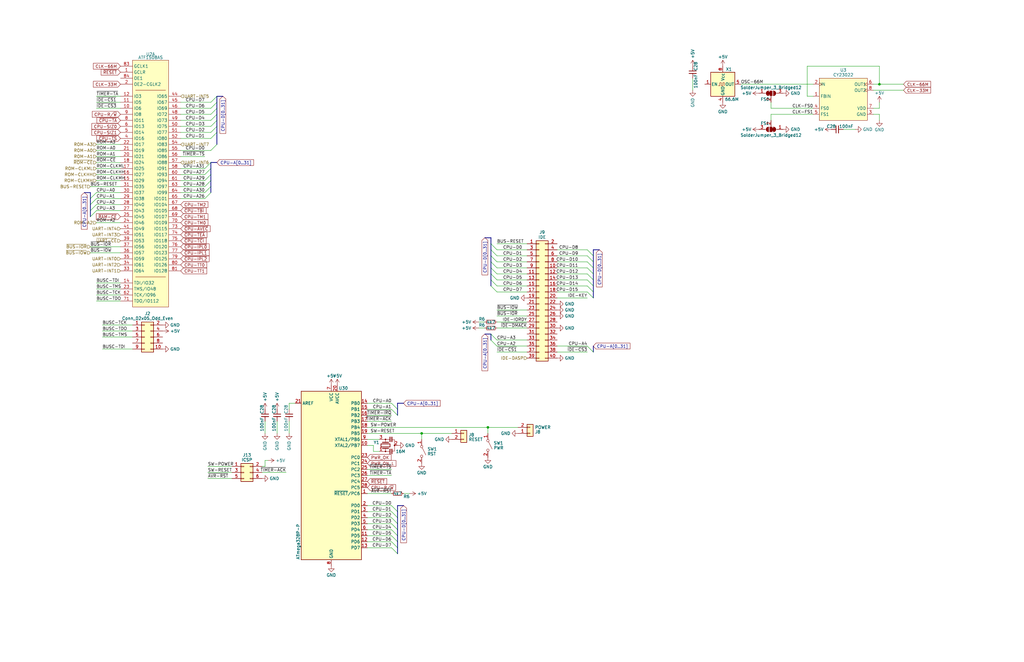
<source format=kicad_sch>
(kicad_sch (version 20230121) (generator eeschema)
  (paper "USLedger")
  (junction (at 370.84 35.56))
  (junction (at 205.74 180.34))
  (junction (at 177.8 182.88))
  (bus_entry (at 165.1 170.18) (size 2.54 2.54))
  (bus_entry (at 88.9 68.58) (size -2.54 2.54))
  (bus_entry (at 40.64 86.36) (size -2.54 2.54))
  (bus_entry (at 165.1 218.44) (size 2.54 2.54))
  (bus_entry (at 247.65 146.05) (size 2.54 2.54))
  (bus_entry (at 91.44 50.8) (size -2.54 2.54))
  (bus_entry (at 88.9 76.2) (size -2.54 2.54))
  (bus_entry (at 40.64 88.9) (size -2.54 2.54))
  (bus_entry (at 207.01 143.51) (size 2.54 2.54))
  (bus_entry (at 91.44 53.34) (size -2.54 2.54))
  (bus_entry (at 207.01 140.97) (size 2.54 2.54))
  (bus_entry (at 165.1 223.52) (size 2.54 2.54))
  (bus_entry (at 88.9 71.12) (size -2.54 2.54))
  (bus_entry (at 91.44 55.88) (size -2.54 2.54))
  (bus_entry (at 247.65 110.49) (size 2.54 2.54))
  (bus_entry (at 165.1 228.6) (size 2.54 2.54))
  (bus_entry (at 247.65 105.41) (size 2.54 2.54))
  (bus_entry (at 88.9 81.28) (size -2.54 2.54))
  (bus_entry (at 88.9 78.74) (size -2.54 2.54))
  (bus_entry (at 91.44 60.96) (size -2.54 2.54))
  (bus_entry (at 207.01 115.57) (size 2.54 2.54))
  (bus_entry (at 91.44 45.72) (size -2.54 2.54))
  (bus_entry (at 165.1 215.9) (size 2.54 2.54))
  (bus_entry (at 91.44 48.26) (size -2.54 2.54))
  (bus_entry (at 165.1 226.06) (size 2.54 2.54))
  (bus_entry (at 247.65 107.95) (size 2.54 2.54))
  (bus_entry (at 40.64 81.28) (size -2.54 2.54))
  (bus_entry (at 207.01 120.65) (size 2.54 2.54))
  (bus_entry (at 207.01 110.49) (size 2.54 2.54))
  (bus_entry (at 91.44 40.64) (size -2.54 2.54))
  (bus_entry (at 207.01 105.41) (size 2.54 2.54))
  (bus_entry (at 247.65 120.65) (size 2.54 2.54))
  (bus_entry (at 207.01 113.03) (size 2.54 2.54))
  (bus_entry (at 165.1 172.72) (size 2.54 2.54))
  (bus_entry (at 207.01 102.87) (size 2.54 2.54))
  (bus_entry (at 40.64 83.82) (size -2.54 2.54))
  (bus_entry (at 88.9 73.66) (size -2.54 2.54))
  (bus_entry (at 247.65 113.03) (size 2.54 2.54))
  (bus_entry (at 165.1 231.14) (size 2.54 2.54))
  (bus_entry (at 165.1 213.36) (size 2.54 2.54))
  (bus_entry (at 91.44 43.18) (size -2.54 2.54))
  (bus_entry (at 247.65 123.19) (size 2.54 2.54))
  (bus_entry (at 207.01 107.95) (size 2.54 2.54))
  (bus_entry (at 165.1 220.98) (size 2.54 2.54))
  (bus_entry (at 247.65 115.57) (size 2.54 2.54))
  (bus_entry (at 207.01 118.11) (size 2.54 2.54))
  (bus_entry (at 247.65 118.11) (size 2.54 2.54))
  (wire (pts (xy 205.74 182.88) (xy 205.74 180.34)))
  (bus (pts (xy 167.64 231.14) (xy 167.64 233.68)))
  (wire (pts (xy 50.8 81.28) (xy 40.64 81.28)))
  (wire (pts (xy 177.8 185.42) (xy 177.8 182.88)))
  (wire (pts (xy 97.79 199.39) (xy 87.63 199.39)))
  (wire (pts (xy 154.94 172.72) (xy 165.1 172.72)))
  (wire (pts (xy 97.79 201.93) (xy 87.63 201.93)))
  (wire (pts (xy 38.1 106.68) (xy 50.8 106.68)))
  (wire (pts (xy 368.3 45.72) (xy 370.84 45.72)))
  (bus (pts (xy 88.9 78.74) (xy 88.9 81.28)))
  (bus (pts (xy 88.9 76.2) (xy 88.9 78.74)))
  (wire (pts (xy 154.94 182.88) (xy 177.8 182.88)))
  (wire (pts (xy 234.95 120.65) (xy 247.65 120.65)))
  (wire (pts (xy 38.1 104.14) (xy 50.8 104.14)))
  (bus (pts (xy 91.44 45.72) (xy 91.44 48.26)))
  (wire (pts (xy 234.95 146.05) (xy 247.65 146.05)))
  (bus (pts (xy 38.1 86.36) (xy 38.1 88.9)))
  (bus (pts (xy 91.44 48.26) (xy 91.44 50.8)))
  (wire (pts (xy 209.55 133.35) (xy 222.25 133.35)))
  (wire (pts (xy 121.92 170.18) (xy 124.46 170.18)))
  (wire (pts (xy 165.1 220.98) (xy 154.94 220.98)))
  (wire (pts (xy 40.64 60.96) (xy 50.8 60.96)))
  (wire (pts (xy 111.76 182.88) (xy 111.76 177.8)))
  (wire (pts (xy 120.65 199.39) (xy 110.49 199.39)))
  (wire (pts (xy 209.55 102.87) (xy 222.25 102.87)))
  (wire (pts (xy 40.64 127) (xy 50.8 127)))
  (wire (pts (xy 76.2 76.2) (xy 86.36 76.2)))
  (wire (pts (xy 209.55 138.43) (xy 222.25 138.43)))
  (bus (pts (xy 167.64 228.6) (xy 167.64 231.14)))
  (wire (pts (xy 201.93 135.89) (xy 204.47 135.89)))
  (wire (pts (xy 292.1 38.1) (xy 292.1 33.02)))
  (wire (pts (xy 342.9 40.64) (xy 340.36 40.64)))
  (wire (pts (xy 50.8 93.98) (xy 40.64 93.98)))
  (wire (pts (xy 157.48 190.5) (xy 160.02 190.5)))
  (bus (pts (xy 207.01 100.33) (xy 204.47 100.33)))
  (bus (pts (xy 167.64 213.36) (xy 170.18 213.36)))
  (wire (pts (xy 368.3 48.26) (xy 370.84 48.26)))
  (wire (pts (xy 111.76 196.85) (xy 111.76 194.31)))
  (wire (pts (xy 40.64 121.92) (xy 50.8 121.92)))
  (bus (pts (xy 91.44 55.88) (xy 91.44 60.96)))
  (wire (pts (xy 88.9 53.34) (xy 76.2 53.34)))
  (wire (pts (xy 165.1 213.36) (xy 154.94 213.36)))
  (wire (pts (xy 172.72 208.28) (xy 170.18 208.28)))
  (wire (pts (xy 38.1 78.74) (xy 50.8 78.74)))
  (bus (pts (xy 170.18 170.18) (xy 167.64 170.18)))
  (wire (pts (xy 40.64 119.38) (xy 50.8 119.38)))
  (wire (pts (xy 154.94 180.34) (xy 205.74 180.34)))
  (wire (pts (xy 76.2 81.28) (xy 86.36 81.28)))
  (bus (pts (xy 207.01 118.11) (xy 207.01 120.65)))
  (wire (pts (xy 76.2 83.82) (xy 86.36 83.82)))
  (wire (pts (xy 50.8 40.64) (xy 40.64 40.64)))
  (wire (pts (xy 165.1 228.6) (xy 154.94 228.6)))
  (wire (pts (xy 234.95 115.57) (xy 247.65 115.57)))
  (wire (pts (xy 50.8 73.66) (xy 40.64 73.66)))
  (bus (pts (xy 207.01 110.49) (xy 207.01 113.03)))
  (bus (pts (xy 91.44 40.64) (xy 93.98 40.64)))
  (wire (pts (xy 111.76 194.31) (xy 113.03 194.31)))
  (wire (pts (xy 368.3 38.1) (xy 381 38.1)))
  (wire (pts (xy 209.55 107.95) (xy 222.25 107.95)))
  (wire (pts (xy 340.36 27.94) (xy 370.84 27.94)))
  (wire (pts (xy 165.1 218.44) (xy 154.94 218.44)))
  (wire (pts (xy 209.55 118.11) (xy 222.25 118.11)))
  (bus (pts (xy 207.01 140.97) (xy 207.01 143.51)))
  (wire (pts (xy 325.12 45.72) (xy 325.12 43.18)))
  (wire (pts (xy 165.1 223.52) (xy 154.94 223.52)))
  (wire (pts (xy 88.9 58.42) (xy 76.2 58.42)))
  (bus (pts (xy 250.19 118.11) (xy 250.19 120.65)))
  (bus (pts (xy 250.19 105.41) (xy 252.73 105.41)))
  (wire (pts (xy 325.12 45.72) (xy 342.9 45.72)))
  (wire (pts (xy 76.2 66.04) (xy 86.36 66.04)))
  (bus (pts (xy 250.19 115.57) (xy 250.19 118.11)))
  (wire (pts (xy 88.9 48.26) (xy 76.2 48.26)))
  (bus (pts (xy 167.64 220.98) (xy 167.64 223.52)))
  (bus (pts (xy 91.44 50.8) (xy 91.44 53.34)))
  (wire (pts (xy 209.55 105.41) (xy 222.25 105.41)))
  (wire (pts (xy 234.95 110.49) (xy 247.65 110.49)))
  (wire (pts (xy 209.55 123.19) (xy 222.25 123.19)))
  (wire (pts (xy 76.2 71.12) (xy 86.36 71.12)))
  (wire (pts (xy 50.8 45.72) (xy 40.64 45.72)))
  (wire (pts (xy 234.95 125.73) (xy 247.65 125.73)))
  (wire (pts (xy 154.94 200.66) (xy 165.1 200.66)))
  (wire (pts (xy 209.55 115.57) (xy 222.25 115.57)))
  (wire (pts (xy 121.92 182.88) (xy 121.92 177.8)))
  (wire (pts (xy 40.64 124.46) (xy 50.8 124.46)))
  (bus (pts (xy 250.19 105.41) (xy 250.19 107.95)))
  (wire (pts (xy 76.2 78.74) (xy 86.36 78.74)))
  (wire (pts (xy 50.8 68.58) (xy 40.64 68.58)))
  (wire (pts (xy 50.8 86.36) (xy 40.64 86.36)))
  (bus (pts (xy 207.01 100.33) (xy 207.01 102.87)))
  (bus (pts (xy 167.64 172.72) (xy 167.64 175.26)))
  (wire (pts (xy 222.25 146.05) (xy 209.55 146.05)))
  (bus (pts (xy 250.19 113.03) (xy 250.19 115.57)))
  (wire (pts (xy 360.68 54.61) (xy 355.6 54.61)))
  (wire (pts (xy 43.18 137.16) (xy 55.88 137.16)))
  (wire (pts (xy 165.1 226.06) (xy 154.94 226.06)))
  (wire (pts (xy 234.95 123.19) (xy 247.65 123.19)))
  (bus (pts (xy 167.64 223.52) (xy 167.64 226.06)))
  (bus (pts (xy 167.64 226.06) (xy 167.64 228.6)))
  (bus (pts (xy 167.64 215.9) (xy 167.64 218.44)))
  (bus (pts (xy 207.01 105.41) (xy 207.01 107.95)))
  (wire (pts (xy 201.93 138.43) (xy 204.47 138.43)))
  (bus (pts (xy 88.9 68.58) (xy 88.9 71.12)))
  (wire (pts (xy 165.1 215.9) (xy 154.94 215.9)))
  (wire (pts (xy 154.94 170.18) (xy 165.1 170.18)))
  (wire (pts (xy 88.9 63.5) (xy 76.2 63.5)))
  (bus (pts (xy 167.64 213.36) (xy 167.64 215.9)))
  (wire (pts (xy 76.2 73.66) (xy 86.36 73.66)))
  (wire (pts (xy 50.8 88.9) (xy 40.64 88.9)))
  (wire (pts (xy 209.55 113.03) (xy 222.25 113.03)))
  (wire (pts (xy 234.95 118.11) (xy 247.65 118.11)))
  (wire (pts (xy 370.84 35.56) (xy 368.3 35.56)))
  (wire (pts (xy 88.9 55.88) (xy 76.2 55.88)))
  (wire (pts (xy 50.8 83.82) (xy 40.64 83.82)))
  (bus (pts (xy 91.44 53.34) (xy 91.44 55.88)))
  (wire (pts (xy 370.84 35.56) (xy 381 35.56)))
  (wire (pts (xy 157.48 187.96) (xy 157.48 190.5)))
  (wire (pts (xy 234.95 113.03) (xy 247.65 113.03)))
  (wire (pts (xy 88.9 45.72) (xy 76.2 45.72)))
  (wire (pts (xy 110.49 196.85) (xy 111.76 196.85)))
  (wire (pts (xy 209.55 135.89) (xy 222.25 135.89)))
  (wire (pts (xy 43.18 139.7) (xy 55.88 139.7)))
  (bus (pts (xy 91.44 68.58) (xy 88.9 68.58)))
  (wire (pts (xy 40.64 63.5) (xy 50.8 63.5)))
  (wire (pts (xy 154.94 185.42) (xy 160.02 185.42)))
  (wire (pts (xy 209.55 148.59) (xy 222.25 148.59)))
  (wire (pts (xy 165.1 231.14) (xy 154.94 231.14)))
  (wire (pts (xy 40.64 43.18) (xy 50.8 43.18)))
  (bus (pts (xy 204.47 140.97) (xy 207.01 140.97)))
  (bus (pts (xy 250.19 110.49) (xy 250.19 113.03)))
  (wire (pts (xy 209.55 120.65) (xy 222.25 120.65)))
  (wire (pts (xy 97.79 196.85) (xy 87.63 196.85)))
  (wire (pts (xy 177.8 182.88) (xy 190.5 182.88)))
  (bus (pts (xy 38.1 88.9) (xy 38.1 91.44)))
  (bus (pts (xy 38.1 83.82) (xy 38.1 86.36)))
  (wire (pts (xy 50.8 66.04) (xy 40.64 66.04)))
  (wire (pts (xy 154.94 198.12) (xy 165.1 198.12)))
  (bus (pts (xy 250.19 120.65) (xy 250.19 123.19)))
  (wire (pts (xy 154.94 187.96) (xy 157.48 187.96)))
  (wire (pts (xy 209.55 110.49) (xy 222.25 110.49)))
  (wire (pts (xy 50.8 76.2) (xy 40.64 76.2)))
  (bus (pts (xy 88.9 73.66) (xy 88.9 76.2)))
  (bus (pts (xy 91.44 40.64) (xy 91.44 43.18)))
  (wire (pts (xy 312.42 35.56) (xy 342.9 35.56)))
  (wire (pts (xy 234.95 148.59) (xy 247.65 148.59)))
  (bus (pts (xy 167.64 218.44) (xy 167.64 220.98)))
  (bus (pts (xy 35.56 81.28) (xy 38.1 81.28)))
  (wire (pts (xy 209.55 143.51) (xy 222.25 143.51)))
  (wire (pts (xy 50.8 71.12) (xy 40.64 71.12)))
  (bus (pts (xy 250.19 107.95) (xy 250.19 110.49)))
  (wire (pts (xy 154.94 177.8) (xy 165.1 177.8)))
  (wire (pts (xy 209.55 130.81) (xy 222.25 130.81)))
  (wire (pts (xy 116.84 182.88) (xy 116.84 177.8)))
  (wire (pts (xy 218.44 180.34) (xy 205.74 180.34)))
  (wire (pts (xy 370.84 27.94) (xy 370.84 35.56)))
  (wire (pts (xy 370.84 48.26) (xy 370.84 50.8)))
  (bus (pts (xy 167.64 170.18) (xy 167.64 172.72)))
  (bus (pts (xy 88.9 71.12) (xy 88.9 73.66)))
  (wire (pts (xy 234.95 107.95) (xy 247.65 107.95)))
  (wire (pts (xy 121.92 172.72) (xy 121.92 170.18)))
  (wire (pts (xy 340.36 40.64) (xy 340.36 27.94)))
  (wire (pts (xy 88.9 43.18) (xy 76.2 43.18)))
  (wire (pts (xy 234.95 105.41) (xy 247.65 105.41)))
  (bus (pts (xy 207.01 113.03) (xy 207.01 115.57)))
  (wire (pts (xy 43.18 147.32) (xy 55.88 147.32)))
  (bus (pts (xy 250.19 123.19) (xy 250.19 125.73)))
  (bus (pts (xy 91.44 43.18) (xy 91.44 45.72)))
  (wire (pts (xy 154.94 175.26) (xy 165.1 175.26)))
  (wire (pts (xy 370.84 45.72) (xy 370.84 43.18)))
  (wire (pts (xy 325.12 48.26) (xy 325.12 50.8)))
  (bus (pts (xy 207.01 115.57) (xy 207.01 118.11)))
  (bus (pts (xy 250.19 146.05) (xy 250.19 148.59)))
  (bus (pts (xy 207.01 107.95) (xy 207.01 110.49)))
  (wire (pts (xy 165.1 208.28) (xy 154.94 208.28)))
  (wire (pts (xy 88.9 50.8) (xy 76.2 50.8)))
  (bus (pts (xy 207.01 102.87) (xy 207.01 105.41)))
  (bus (pts (xy 38.1 81.28) (xy 38.1 83.82)))
  (wire (pts (xy 43.18 142.24) (xy 55.88 142.24)))
  (wire (pts (xy 325.12 48.26) (xy 342.9 48.26)))
  (label "CLK-FS1" (at 342.9 48.26 180))
  (label "BUSC-TDO" (at 40.64 127 0))
  (label "CPU-A28" (at 86.36 78.74 180))
  (label "~{BUS-IOR}" (at 209.55 133.35 0))
  (label "~{BUS-IOW}" (at 209.55 130.81 0))
  (label "ROM-A2" (at 40.64 93.98 0))
  (label "ROM-A1" (at 40.64 66.04 0))
  (label "~{AVR-RST}" (at 87.63 201.93 0))
  (label "CPU-D5" (at 86.36 48.26 180))
  (label "~{IDE-CS3}" (at 40.64 45.72 0))
  (label "CPU-D1" (at 212.09 107.95 0))
  (label "CPU-A2" (at 40.64 86.36 0))
  (label "CPU-A1" (at 165.1 172.72 180))
  (label "CPU-A27" (at 86.36 73.66 180))
  (label "ROM-A3" (at 40.64 60.96 0))
  (label "OSC-66M" (at 312.42 35.56 0))
  (label "~{AVR-RST}" (at 165.1 208.28 180))
  (label "~{TIMER-TA}" (at 165.1 200.66 180))
  (label "BUSC-TDO" (at 43.18 139.7 0))
  (label "~{IDE-CS1}" (at 209.55 148.59 0))
  (label "BUSC-TDI" (at 43.18 147.32 0))
  (label "IDE-KEY" (at 247.65 125.73 180))
  (label "CPU-D0" (at 165.1 213.36 180))
  (label "CPU-D6" (at 86.36 45.72 180))
  (label "CPU-D12" (at 243.84 115.57 180))
  (label "~{IDE-CS3}" (at 247.65 148.59 180))
  (label "ROM-A0" (at 40.64 63.5 0))
  (label "CPU-D3" (at 212.09 113.03 0))
  (label "CPU-A3" (at 40.64 88.9 0))
  (label "CPU-D1" (at 165.1 215.9 180))
  (label "CPU-D0" (at 212.09 105.41 0))
  (label "CPU-D7" (at 212.09 123.19 0))
  (label "~{TIMER-IRQ}" (at 165.1 175.26 180))
  (label "BUSC-TCK" (at 43.18 137.16 0))
  (label "CPU-D0" (at 86.36 63.5 180))
  (label "CPU-D4" (at 165.1 223.52 180))
  (label "CPU-A0" (at 40.64 81.28 0))
  (label "~{IDE-DMACK}" (at 222.25 138.43 180))
  (label "ROM-CLKMH" (at 40.64 76.2 0))
  (label "~{TIMER-TS}" (at 86.36 66.04 180))
  (label "CPU-A1" (at 40.64 83.82 0))
  (label "BUSC-TDI" (at 40.64 119.38 0))
  (label "CPU-D15" (at 243.84 123.19 180))
  (label "CPU-D7" (at 86.36 43.18 180))
  (label "CPU-A4" (at 247.65 146.05 180))
  (label "CPU-D13" (at 243.84 118.11 180))
  (label "CPU-A2" (at 209.55 146.05 0))
  (label "~{BUS-IOR}" (at 38.1 104.14 0))
  (label "~{ROM-CE}" (at 40.64 68.58 0))
  (label "CPU-D3" (at 86.36 53.34 180))
  (label "~{IDE-CS1}" (at 40.64 43.18 0))
  (label "~{TIMER-ACK}" (at 120.65 199.39 180))
  (label "CPU-D5" (at 212.09 118.11 0))
  (label "~{TIMER-TS}" (at 165.1 198.12 180))
  (label "SW-POWER" (at 87.63 196.85 0))
  (label "CLK-FS0" (at 342.9 45.72 180))
  (label "BUSC-TMS" (at 40.64 121.92 0))
  (label "~{TIMER-TA}" (at 40.64 40.64 0))
  (label "CPU-D3" (at 165.1 220.98 180))
  (label "CPU-D2" (at 212.09 110.49 0))
  (label "CPU-A26" (at 86.36 83.82 180))
  (label "BUSC-TCK" (at 40.64 124.46 0))
  (label "CPU-D7" (at 165.1 231.14 180))
  (label "ROM-CLKML" (at 40.64 71.12 0))
  (label "BUSC-TMS" (at 43.18 142.24 0))
  (label "~{BUS-IOW}" (at 38.1 106.68 0))
  (label "CPU-D9" (at 243.84 107.95 180))
  (label "CPU-A29" (at 86.36 76.2 180))
  (label "BUS-RESET" (at 209.55 102.87 0))
  (label "CPU-A31" (at 86.36 71.12 180))
  (label "CPU-A30" (at 86.36 81.28 180))
  (label "CPU-D11" (at 243.84 113.03 180))
  (label "~{TIMER-ACK}" (at 165.1 177.8 180))
  (label "BUS-RESET" (at 38.1 78.74 0))
  (label "CPU-D6" (at 212.09 120.65 0))
  (label "SW-RESET" (at 156.21 182.88 0))
  (label "CPU-D14" (at 243.84 120.65 180))
  (label "CPU-A3" (at 209.55 143.51 0))
  (label "CPU-D4" (at 86.36 50.8 180))
  (label "CPU-D4" (at 212.09 115.57 0))
  (label "ROM-CLKHH" (at 40.64 73.66 0))
  (label "SW-RESET" (at 87.63 199.39 0))
  (label "CPU-D5" (at 165.1 226.06 180))
  (label "CPU-D10" (at 243.84 110.49 180))
  (label "CPU-D6" (at 165.1 228.6 180))
  (label "CPU-D8" (at 243.84 105.41 180))
  (label "IDE-IORDY" (at 222.25 135.89 180))
  (label "CPU-D2" (at 165.1 218.44 180))
  (label "CPU-A0" (at 165.1 170.18 180))
  (label "CPU-D1" (at 86.36 58.42 180))
  (label "CPU-D2" (at 86.36 55.88 180))
  (label "SW-POWER" (at 156.21 180.34 0))
  (global_label "~{CPU-TBI}" (shape input) (at 76.2 88.9 0) (property "Intersheetrefs" "${INTERSHEET_REFS}" (effects hide)))
  (global_label "CPU-TM1" (shape input) (at 76.2 91.44 0) (property "Intersheetrefs" "${INTERSHEET_REFS}" (effects hide)))
  (global_label "~{RESET}" (shape input) (at 50.8 30.48 180) (property "Intersheetrefs" "${INTERSHEET_REFS}" (effects hide)))
  (global_label "~{RAM-CE}" (shape input) (at 50.8 91.44 180) (property "Intersheetrefs" "${INTERSHEET_REFS}" (effects hide)))
  (global_label "CPU-D[0..31]" (shape input) (at 204.47 100.33 270) (property "Intersheetrefs" "${INTERSHEET_REFS}" (effects hide)))
  (global_label "CPU-TM2" (shape input) (at 76.2 86.36 0) (property "Intersheetrefs" "${INTERSHEET_REFS}" (effects hide)))
  (global_label "~{CPU-IPL0}" (shape input) (at 76.2 104.14 0) (property "Intersheetrefs" "${INTERSHEET_REFS}" (effects hide)))
  (global_label "CPU-R{slash}~{W}" (shape input) (at 154.94 205.74 0) (property "Intersheetrefs" "${INTERSHEET_REFS}" (effects hide)))
  (global_label "CPU-TT0" (shape input) (at 76.2 111.76 0) (property "Intersheetrefs" "${INTERSHEET_REFS}" (effects hide)))
  (global_label "CLK-66M" (shape input) (at 381 35.56 0) (property "Intersheetrefs" "${INTERSHEET_REFS}" (effects hide)))
  (global_label "~{CPU-IPL1}" (shape input) (at 76.2 106.68 0) (property "Intersheetrefs" "${INTERSHEET_REFS}" (effects hide)))
  (global_label "CPU-D[0..31]" (shape input) (at 170.18 213.36 270) (property "Intersheetrefs" "${INTERSHEET_REFS}" (effects hide)))
  (global_label "CPU-A[0..31]" (shape input) (at 35.56 81.28 270) (property "Intersheetrefs" "${INTERSHEET_REFS}" (effects hide)))
  (global_label "~{CPU-AVEC}" (shape input) (at 76.2 96.52 0) (property "Intersheetrefs" "${INTERSHEET_REFS}" (effects hide)))
  (global_label "~{CPU-TEA}" (shape input) (at 76.2 99.06 0) (property "Intersheetrefs" "${INTERSHEET_REFS}" (effects hide)))
  (global_label "~{CPU-TCI}" (shape input) (at 76.2 101.6 0) (property "Intersheetrefs" "${INTERSHEET_REFS}" (effects hide)))
  (global_label "CLK-33M" (shape input) (at 50.8 35.56 180) (property "Intersheetrefs" "${INTERSHEET_REFS}" (effects hide)))
  (global_label "PWR_ON_L" (shape input) (at 154.94 195.58 0) (property "Intersheetrefs" "${INTERSHEET_REFS}" (effects hide)))
  (global_label "CPU-D[0..31]" (shape input) (at 93.98 40.64 270) (property "Intersheetrefs" "${INTERSHEET_REFS}" (effects hide)))
  (global_label "CPU-R{slash}~{W}" (shape input) (at 50.8 48.26 180) (property "Intersheetrefs" "${INTERSHEET_REFS}" (effects hide)))
  (global_label "CPU-A[0..31]" (shape input) (at 91.44 68.58 0) (property "Intersheetrefs" "${INTERSHEET_REFS}" (effects hide)))
  (global_label "CPU-D[0..31]" (shape input) (at 252.73 105.41 270) (property "Intersheetrefs" "${INTERSHEET_REFS}" (effects hide)))
  (global_label "CLK-33M" (shape input) (at 381 38.1 0) (property "Intersheetrefs" "${INTERSHEET_REFS}" (effects hide)))
  (global_label "CPU-TM0" (shape input) (at 76.2 93.98 0) (property "Intersheetrefs" "${INTERSHEET_REFS}" (effects hide)))
  (global_label "~{CPU-TA}" (shape input) (at 50.8 50.8 180) (property "Intersheetrefs" "${INTERSHEET_REFS}" (effects hide)))
  (global_label "~{RESET}" (shape input) (at 154.94 203.2 0) (property "Intersheetrefs" "${INTERSHEET_REFS}" (effects hide)))
  (global_label "CPU-A[0..31]" (shape input) (at 250.19 146.05 0) (property "Intersheetrefs" "${INTERSHEET_REFS}" (effects hide)))
  (global_label "CPU-TT1" (shape input) (at 76.2 114.3 0) (property "Intersheetrefs" "${INTERSHEET_REFS}" (effects hide)))
  (global_label "~{CPU-IPL2}" (shape input) (at 76.2 109.22 0) (property "Intersheetrefs" "${INTERSHEET_REFS}" (effects hide)))
  (global_label "CPU-SIZ1" (shape input) (at 50.8 55.88 180) (property "Intersheetrefs" "${INTERSHEET_REFS}" (effects hide)))
  (global_label "CPU-A[0..31]" (shape input) (at 204.47 140.97 270) (property "Intersheetrefs" "${INTERSHEET_REFS}" (effects hide)))
  (global_label "CPU-SIZ0" (shape input) (at 50.8 53.34 180) (property "Intersheetrefs" "${INTERSHEET_REFS}" (effects hide)))
  (global_label "CLK-66M" (shape input) (at 50.8 27.94 180) (property "Intersheetrefs" "${INTERSHEET_REFS}" (effects hide)))
  (global_label "~{CPU-TS}" (shape input) (at 50.8 58.42 180) (property "Intersheetrefs" "${INTERSHEET_REFS}" (effects hide)))
  (global_label "CPU-A[0..31]" (shape input) (at 170.18 170.18 0) (property "Intersheetrefs" "${INTERSHEET_REFS}" (effects hide)))
  (global_label "PWR_OK" (shape input) (at 154.94 193.04 0) (property "Intersheetrefs" "${INTERSHEET_REFS}" (effects hide)))
  (hierarchical_label "UART-INT5" (shape input) (at 76.2 40.64 0))
  (hierarchical_label "UART-INT4" (shape input) (at 50.8 96.52 180))
  (hierarchical_label "~{ROM-CE}" (shape input) (at 40.64 68.58 180))
  (hierarchical_label "UART-INT1" (shape input) (at 50.8 114.3 180))
  (hierarchical_label "BUS-RESET" (shape input) (at 38.1 78.74 180))
  (hierarchical_label "~{UART-CE}" (shape input) (at 50.8 101.6 180))
  (hierarchical_label "ROM-A2" (shape input) (at 40.64 93.98 180))
  (hierarchical_label "~{BUS-IOW}" (shape input) (at 38.1 106.68 180))
  (hierarchical_label "UART-INT3" (shape input) (at 50.8 99.06 180))
  (hierarchical_label "UART-INT7" (shape input) (at 76.2 60.96 0))
  (hierarchical_label "ROM-CLKML" (shape input) (at 40.64 71.12 180))
  (hierarchical_label "~{BUS-IOR}" (shape input) (at 38.1 104.14 180))
  (hierarchical_label "ROM-CLKHH" (shape input) (at 40.64 73.66 180))
  (hierarchical_label "ROM-A1" (shape input) (at 40.64 66.04 180))
  (hierarchical_label "ROM-A0" (shape input) (at 40.64 63.5 180))
  (hierarchical_label "ROM-CLKMH" (shape input) (at 40.64 76.2 180))
  (hierarchical_label "UART-INT2" (shape input) (at 50.8 111.76 180))
  (hierarchical_label "IDE-DASP" (shape input) (at 222.25 151.13 180))
  (hierarchical_label "UART-INT6" (shape input) (at 76.2 68.58 0))
  (hierarchical_label "ROM-A3" (shape input) (at 40.64 60.96 180))
  (hierarchical_label "UART-INT0" (shape input) (at 50.8 109.22 180))
  (symbol (lib_id "power:GND") (at 222.25 125.73 270) (unit 1)
    (property "Reference" "#PWR026" (effects hide))
    (property "Value" "GND" (at 219.0751 125.73 90) (effects (justify right)))
    (instances (project "MultiBASIC040" (path "" (reference "#PWR026") (unit 1)) (path "" (reference "#PWR0392") (unit 1))))
  )
  (symbol (lib_id "power:GND") (at 205.74 193.04 0) (unit 1)
    (property "Reference" "#PWR0267" (effects hide))
    (property "Value" "GND" (at 205.74 196.985 0))
    (instances (project "Wrap030-ATX" (path "" (reference "#PWR0267") (unit 1)) (path "" (reference "#PWR0270") (unit 1))) (project "MultiBASIC040" (path "" (reference "#PWR0318") (unit 1)) (path "" (reference "#PWR0318") (unit 1))))
  )
  (symbol (lib_id "power:GND") (at 111.76 182.88 0) (mirror y) (unit 1)
    (property "Reference" "#PWR0131" (effects hide))
    (property "Value" "GND" (at 111.76 186.055 90) (effects (justify right)))
    (instances (project "MultiBASIC040" (path "" (reference "#PWR0131") (unit 1)) (path "" (reference "#PWR0220") (unit 1)) (path "" (reference "#PWR0367") (unit 1)) (path "" (reference "#PWR0420") (unit 1)) (path "" (reference "#PWR025") (unit 1))))
  )
  (symbol (lib_id "power:GND") (at 121.92 182.88 0) (mirror y) (unit 1)
    (property "Reference" "#PWR0131" (effects hide))
    (property "Value" "GND" (at 121.92 186.055 90) (effects (justify right)))
    (instances (project "MultiBASIC040" (path "" (reference "#PWR0131") (unit 1)) (path "" (reference "#PWR0220") (unit 1)) (path "" (reference "#PWR0367") (unit 1)) (path "" (reference "#PWR0420") (unit 1)) (path "" (reference "#PWR0371") (unit 1))))
  )
  (symbol (lib_id "MultiBASIC040:CY23022") (at 355.6 33.02 0) (unit 1)
    (property "Reference" "U3" (at 355.6 29.567 0))
    (property "Value" "CY23022" (at 355.6 31.615 0))
    (property "Footprint" "Package_SO:SOIC-8_3.9x4.9mm_P1.27mm" (effects hide))
    (property "Datasheet" "https://www.mouser.com/datasheet/2/196/Infineon_CY2302_Frequency_Multiplier_and_Zero_Dela-3161204.pdf" (effects hide))
    (property "Mouser" "727-CY2302SXC-1T" (effects hide))
    (property "Mouser-Part" "727-CY2302SXC-1T" (effects hide))
  )
  (symbol (lib_id "power:+5V") (at 68.58 139.7 270) (unit 1)
    (property "Reference" "#PWR024" (effects hide))
    (property "Value" "+5V" (at 71.755 139.7 90) (effects (justify left)))
    (instances (project "MultiBASIC040" (path "" (reference "#PWR024") (unit 1)) (path "" (reference "#PWR0264") (unit 1)) (path "" (reference "#PWR0274") (unit 1))))
  )
  (symbol (lib_id "Switch:SW_SPST") (at 177.8 190.5 270) (unit 1)
    (property "Reference" "SW1" (at 180.213 189.476 90) (effects (justify left)))
    (property "Value" "RST" (at 180.213 191.524 90) (effects (justify left)))
    (property "Footprint" "Button_Switch_THT:SW_PUSH_6mm" (effects hide))
  )
  (symbol (lib_id "power:GND") (at 234.95 130.81 90) (unit 1)
    (property "Reference" "#PWR026" (effects hide))
    (property "Value" "GND" (at 238.125 130.81 90) (effects (justify right)))
    (instances (project "MultiBASIC040" (path "" (reference "#PWR026") (unit 1)) (path "" (reference "#PWR0394") (unit 1))))
  )
  (symbol (lib_id "power:GND") (at 68.58 147.32 90) (unit 1)
    (property "Reference" "#PWR045" (effects hide))
    (property "Value" "GND" (at 71.755 147.32 90) (effects (justify right)))
    (instances (project "Wrap030-ATX" (path "" (reference "#PWR045") (unit 1)) (path "" (reference "#PWR0119") (unit 1)) (path "" (reference "#PWR0164") (unit 1))) (project "MultiBASIC040" (path "" (reference "#PWR0270") (unit 1)) (path "" (reference "#PWR0275") (unit 1))))
  )
  (symbol (lib_id "Connector_Generic:Conn_02x20_Odd_Even") (at 227.33 125.73 0) (unit 1)
    (property "Reference" "J9" (at 228.6 98.02 0))
    (property "Value" "IDE" (at 228.6 100.068 0))
    (property "Footprint" "Connector_IDC:IDC-Header_2x20_P2.54mm_Vertical" (effects hide))
    (property "Mouser-Part" "710-61203921621" (effects hide))
  )
  (symbol (lib_id "power:+5V") (at 320.04 39.37 90) (unit 1)
    (property "Reference" "#PWR03" (effects hide))
    (property "Value" "+5V" (at 316.8651 39.37 90) (effects (justify left)))
    (instances (project "MultiBASIC040" (path "" (reference "#PWR03") (unit 1)) (path "" (reference "#PWR05") (unit 1))))
  )
  (symbol (lib_id "power:+5V") (at 292.1 27.94 0) (unit 1)
    (property "Reference" "#PWR0130" (effects hide))
    (property "Value" "+5V" (at 292.1 24.7651 90) (effects (justify left)))
    (instances (project "MultiBASIC040" (path "" (reference "#PWR0130") (unit 1)) (path "" (reference "#PWR0212") (unit 1)) (path "" (reference "#PWR0363") (unit 1)) (path "" (reference "#PWR0416") (unit 1)) (path "" (reference "#PWR01") (unit 1))))
  )
  (symbol (lib_id "power:GND") (at 116.84 182.88 0) (mirror y) (unit 1)
    (property "Reference" "#PWR0131" (effects hide))
    (property "Value" "GND" (at 116.84 186.055 90) (effects (justify right)))
    (instances (project "MultiBASIC040" (path "" (reference "#PWR0131") (unit 1)) (path "" (reference "#PWR0220") (unit 1)) (path "" (reference "#PWR0367") (unit 1)) (path "" (reference "#PWR0420") (unit 1)) (path "" (reference "#PWR0377") (unit 1))))
  )
  (symbol (lib_id "Connector_Generic:Conn_01x02") (at 195.58 182.88 0) (unit 1)
    (property "Reference" "J8" (at 197.612 183.5063 0) (effects (justify left)))
    (property "Value" "RESET" (at 197.612 185.4273 0) (effects (justify left)))
    (property "Footprint" "Connector_PinHeader_2.54mm:PinHeader_1x02_P2.54mm_Vertical" (effects hide))
    (property "Mouser-Part" "523-G800NA306018EU" (effects hide))
    (property "Notes" "OFE" (effects hide))
    (instances (project "Wrap030-ATX" (path "" (reference "J8") (unit 1)) (path "" (reference "J7") (unit 1))) (project "MultiBASIC040" (path "" (reference "J3") (unit 1)) (path "" (reference "J10") (unit 1))))
  )
  (symbol (lib_id "power:+5V") (at 139.7 162.56 0) (unit 1)
    (property "Reference" "#PWR024" (effects hide))
    (property "Value" "+5V" (at 139.7 158.615 0))
    (instances (project "MultiBASIC040" (path "" (reference "#PWR024") (unit 1)) (path "" (reference "#PWR0264") (unit 1)) (path "" (reference "#PWR0343") (unit 1))))
  )
  (symbol (lib_id "power:+5V") (at 320.04 54.61 90) (mirror x) (unit 1)
    (property "Reference" "#PWR05" (effects hide))
    (property "Value" "+5V" (at 316.8651 54.61 90) (effects (justify left)))
    (instances (project "MultiBASIC040" (path "" (reference "#PWR05") (unit 1)) (path "" (reference "#PWR06") (unit 1))))
  )
  (symbol (lib_id "Device:R_Small") (at 207.01 138.43 90) (unit 1)
    (property "Reference" "R6" (at 203.2 137.16 90))
    (property "Value" "4k7" (at 207.01 138.43 90))
    (property "Footprint" "Resistor_SMD:R_0402_1005Metric" (effects hide))
    (instances (project "MultiBASIC040" (path "" (reference "R6") (unit 1)) (path "" (reference "R55") (unit 1))))
  )
  (symbol (lib_id "power:GND") (at 218.44 182.88 270) (unit 1)
    (property "Reference" "#PWR0267" (effects hide))
    (property "Value" "GND" (at 215.265 182.88 90) (effects (justify right)))
    (instances (project "Wrap030-ATX" (path "" (reference "#PWR0267") (unit 1)) (path "" (reference "#PWR0270") (unit 1))) (project "MultiBASIC040" (path "" (reference "#PWR0296") (unit 1)) (path "" (reference "#PWR0296") (unit 1))))
  )
  (symbol (lib_id "power:+5V") (at 172.72 208.28 270) (mirror x) (unit 1)
    (property "Reference" "#PWR024" (effects hide))
    (property "Value" "+5V" (at 175.8949 208.28 90) (effects (justify left)))
    (instances (project "MultiBASIC040" (path "" (reference "#PWR024") (unit 1)) (path "" (reference "#PWR0264") (unit 1)) (path "" (reference "#PWR0398") (unit 1))))
  )
  (symbol (lib_id "power:GND") (at 110.49 201.93 90) (mirror x) (unit 1)
    (property "Reference" "#PWR0131" (effects hide))
    (property "Value" "GND" (at 113.665 201.93 90) (effects (justify right)))
    (instances (project "MultiBASIC040" (path "" (reference "#PWR0131") (unit 1)) (path "" (reference "#PWR0220") (unit 1)) (path "" (reference "#PWR0367") (unit 1)) (path "" (reference "#PWR0420") (unit 1)) (path "" (reference "#PWR0426") (unit 1))))
  )
  (symbol (lib_id "Device:C_Small") (at 111.76 175.26 0) (mirror y) (unit 1)
    (property "Reference" "C28" (at 110.49 172.72 90))
    (property "Value" "100nF" (at 110.49 179.07 90))
    (property "Footprint" "Capacitor_SMD:C_0402_1005Metric_Pad0.74x0.62mm_HandSolder" (effects hide))
    (property "JLC-Part" "https://jlcpcb.com/partdetail/1877-CL05B104KO5NNNC/C1525" (effects hide))
    (instances (project "MultiBASIC040" (path "" (reference "C28") (unit 1)) (path "" (reference "C37") (unit 1)) (path "" (reference "C81") (unit 1)) (path "" (reference "C94") (unit 1)) (path "" (reference "C99") (unit 1))))
  )
  (symbol (lib_id "power:GND") (at 330.2 54.61 90) (mirror x) (unit 1)
    (property "Reference" "#PWR06" (effects hide))
    (property "Value" "GND" (at 333.375 54.61 90) (effects (justify right)))
    (instances (project "MultiBASIC040" (path "" (reference "#PWR06") (unit 1)) (path "" (reference "#PWR08") (unit 1))))
  )
  (symbol (lib_id "power:GND") (at 234.95 133.35 90) (unit 1)
    (property "Reference" "#PWR026" (effects hide))
    (property "Value" "GND" (at 238.125 133.35 90) (effects (justify right)))
    (instances (project "MultiBASIC040" (path "" (reference "#PWR026") (unit 1)) (path "" (reference "#PWR0395") (unit 1))))
  )
  (symbol (lib_id "power:+5V") (at 370.84 43.18 0) (unit 1)
    (property "Reference" "#PWR01" (effects hide))
    (property "Value" "+5V" (at 370.84 39.235 0))
    (instances (project "MultiBASIC040" (path "" (reference "#PWR01") (unit 1)) (path "" (reference "#PWR0399") (unit 1))))
  )
  (symbol (lib_id "Device:C_Small") (at 292.1 30.48 0) (unit 1)
    (property "Reference" "C28" (at 293.37 27.94 90))
    (property "Value" "100nF" (at 293.37 34.29 90))
    (property "Footprint" "Capacitor_SMD:C_0402_1005Metric_Pad0.74x0.62mm_HandSolder" (effects hide))
    (property "JLC-Part" "https://jlcpcb.com/partdetail/1877-CL05B104KO5NNNC/C1525" (effects hide))
    (instances (project "MultiBASIC040" (path "" (reference "C28") (unit 1)) (path "" (reference "C37") (unit 1)) (path "" (reference "C81") (unit 1)) (path "" (reference "C94") (unit 1)) (path "" (reference "C72") (unit 1))))
  )
  (symbol (lib_id "power:+5V") (at 113.03 194.31 270) (mirror x) (unit 1)
    (property "Reference" "#PWR0130" (effects hide))
    (property "Value" "+5V" (at 116.205 194.31 90) (effects (justify left)))
    (instances (project "MultiBASIC040" (path "" (reference "#PWR0130") (unit 1)) (path "" (reference "#PWR0212") (unit 1)) (path "" (reference "#PWR0363") (unit 1)) (path "" (reference "#PWR0416") (unit 1)) (path "" (reference "#PWR026") (unit 1))))
  )
  (symbol (lib_id "power:GND") (at 234.95 151.13 90) (unit 1)
    (property "Reference" "#PWR026" (effects hide))
    (property "Value" "GND" (at 238.125 151.13 90) (effects (justify right)))
    (instances (project "MultiBASIC040" (path "" (reference "#PWR026") (unit 1)) (path "" (reference "#PWR0397") (unit 1))))
  )
  (symbol (lib_id "power:+5V") (at 350.52 54.61 90) (unit 1)
    (property "Reference" "#PWR0130" (effects hide))
    (property "Value" "+5V" (at 347.3451 54.61 90) (effects (justify left)))
    (instances (project "MultiBASIC040" (path "" (reference "#PWR0130") (unit 1)) (path "" (reference "#PWR0212") (unit 1)) (path "" (reference "#PWR0363") (unit 1)) (path "" (reference "#PWR0416") (unit 1)) (path "" (reference "#PWR020") (unit 1))))
  )
  (symbol (lib_id "Device:R_Small") (at 167.64 208.28 270) (unit 1)
    (property "Reference" "R6" (at 171.45 209.55 90))
    (property "Value" "4k7" (at 167.64 208.28 90))
    (property "Footprint" "Resistor_SMD:R_0402_1005Metric" (effects hide))
    (instances (project "MultiBASIC040" (path "" (reference "R6") (unit 1)) (path "" (reference "R57") (unit 1))))
  )
  (symbol (lib_id "power:+5V") (at 142.24 162.56 0) (unit 1)
    (property "Reference" "#PWR024" (effects hide))
    (property "Value" "+5V" (at 142.24 158.615 0))
    (instances (project "MultiBASIC040" (path "" (reference "#PWR024") (unit 1)) (path "" (reference "#PWR0264") (unit 1)) (path "" (reference "#PWR0358") (unit 1))))
  )
  (symbol (lib_id "Oscillator:CXO_DIP8") (at 304.8 35.56 0) (unit 1)
    (property "Reference" "X1" (at 307.34 29.21 0))
    (property "Value" "66.6M" (at 308.61 41.91 0))
    (property "Footprint" "Oscillator:Oscillator_DIP-8" (effects hide))
    (property "Datasheet" "http://cdn-reichelt.de/documents/datenblatt/B400/OSZI.pdf" (effects hide))
  )
  (symbol (lib_id "power:+5V") (at 201.93 135.89 90) (unit 1)
    (property "Reference" "#PWR024" (effects hide))
    (property "Value" "+5V" (at 198.7551 135.89 90) (effects (justify left)))
    (instances (project "MultiBASIC040" (path "" (reference "#PWR024") (unit 1)) (path "" (reference "#PWR0264") (unit 1)) (path "" (reference "#PWR0285") (unit 1))))
  )
  (symbol (lib_id "power:GND") (at 234.95 138.43 90) (unit 1)
    (property "Reference" "#PWR026" (effects hide))
    (property "Value" "GND" (at 238.125 138.43 90) (effects (justify right)))
    (instances (project "MultiBASIC040" (path "" (reference "#PWR026") (unit 1)) (path "" (reference "#PWR0396") (unit 1))))
  )
  (symbol (lib_id "MultiBASIC040:ATF1508AS") (at 63.5 25.4 0) (unit 1)
    (property "Reference" "U2" (at 63.5 22.86 0))
    (property "Value" "ATF1508AS" (at 63.5 24.265 0))
    (property "Footprint" "Package_LCC:PLCC-84_THT-Socket" (effects hide))
  )
  (symbol (lib_id "power:GND") (at 190.5 185.42 270) (mirror x) (unit 1)
    (property "Reference" "#PWR022" (effects hide))
    (property "Value" "GND" (at 187.325 185.42 90) (effects (justify right)))
    (instances (project "MultiBASIC040" (path "" (reference "#PWR022") (unit 1)) (path "" (reference "#PWR0319") (unit 1))))
  )
  (symbol (lib_id "power:GND") (at 139.7 238.76 0) (unit 1)
    (property "Reference" "#PWR026" (effects hide))
    (property "Value" "GND" (at 139.7 242.705 0))
    (instances (project "MultiBASIC040" (path "" (reference "#PWR026") (unit 1)) (path "" (reference "#PWR0341") (unit 1))))
  )
  (symbol (lib_id "Switch:SW_SPST") (at 205.74 187.96 270) (unit 1)
    (property "Reference" "SW1" (at 208.153 186.936 90) (effects (justify left)))
    (property "Value" "PWR" (at 208.153 188.984 90) (effects (justify left)))
    (property "Footprint" "Button_Switch_THT:SW_PUSH_6mm" (effects hide))
    (instances (project "MultiBASIC040" (path "" (reference "SW1") (unit 1)) (path "" (reference "SW2") (unit 1)) (path "" (reference "SW2") (unit 1))))
  )
  (symbol (lib_id "power:GND") (at 177.8 195.58 0) (unit 1)
    (property "Reference" "#PWR022" (effects hide))
    (property "Value" "GND" (at 177.8 199.525 0))
  )
  (symbol (lib_id "power:+5V") (at 116.84 172.72 0) (mirror y) (unit 1)
    (property "Reference" "#PWR0130" (effects hide))
    (property "Value" "+5V" (at 116.84 169.5451 90) (effects (justify left)))
    (instances (project "MultiBASIC040" (path "" (reference "#PWR0130") (unit 1)) (path "" (reference "#PWR0212") (unit 1)) (path "" (reference "#PWR0363") (unit 1)) (path "" (reference "#PWR0416") (unit 1)) (path "" (reference "#PWR0375") (unit 1))))
  )
  (symbol (lib_id "Jumper:SolderJumper_3_Bridged12") (at 325.12 54.61 180) (unit 1)
    (property "Reference" "FS1" (at 322.58 52.07 0))
    (property "Value" "SolderJumper_3_Bridged12" (at 325.12 57.031 0))
    (property "Footprint" "Jumper:SolderJumper-3_P1.3mm_Bridged12_RoundedPad1.0x1.5mm" (effects hide))
    (instances (project "MultiBASIC040" (path "" (reference "FS1") (unit 1)) (path "" (reference "FS2") (unit 1))))
  )
  (symbol (lib_id "power:+5V") (at 111.76 172.72 0) (mirror y) (unit 1)
    (property "Reference" "#PWR0130" (effects hide))
    (property "Value" "+5V" (at 111.76 169.5451 90) (effects (justify left)))
    (instances (project "MultiBASIC040" (path "" (reference "#PWR0130") (unit 1)) (path "" (reference "#PWR0212") (unit 1)) (path "" (reference "#PWR0363") (unit 1)) (path "" (reference "#PWR0416") (unit 1)) (path "" (reference "#PWR023") (unit 1))))
  )
  (symbol (lib_id "Device:Resonator_Small") (at 162.56 187.96 90) (unit 1)
    (property "Reference" "Y1" (at 158.75 186.69 90))
    (property "Value" "16M" (at 168.91 190.5 90))
    (property "Footprint" "Crystal:Resonator-3Pin_W8.0mm_H3.5mm" (effects hide))
  )
  (symbol (lib_id "Device:C_Small") (at 353.06 54.61 90) (unit 1)
    (property "Reference" "C28" (at 350.52 53.34 90))
    (property "Value" "100nF" (at 356.87 53.34 90))
    (property "Footprint" "Capacitor_SMD:C_0402_1005Metric_Pad0.74x0.62mm_HandSolder" (effects hide))
    (property "JLC-Part" "https://jlcpcb.com/partdetail/1877-CL05B104KO5NNNC/C1525" (effects hide))
    (instances (project "MultiBASIC040" (path "" (reference "C28") (unit 1)) (path "" (reference "C37") (unit 1)) (path "" (reference "C81") (unit 1)) (path "" (reference "C94") (unit 1)) (path "" (reference "C73") (unit 1))))
  )
  (symbol (lib_id "power:GND") (at 360.68 54.61 90) (unit 1)
    (property "Reference" "#PWR0131" (effects hide))
    (property "Value" "GND" (at 363.855 54.61 90) (effects (justify right)))
    (instances (project "MultiBASIC040" (path "" (reference "#PWR0131") (unit 1)) (path "" (reference "#PWR0220") (unit 1)) (path "" (reference "#PWR0367") (unit 1)) (path "" (reference "#PWR0420") (unit 1)) (path "" (reference "#PWR021") (unit 1))))
  )
  (symbol (lib_id "power:GND") (at 330.2 39.37 90) (unit 1)
    (property "Reference" "#PWR04" (effects hide))
    (property "Value" "GND" (at 333.375 39.37 90) (effects (justify right)))
    (instances (project "MultiBASIC040" (path "" (reference "#PWR04") (unit 1)) (path "" (reference "#PWR07") (unit 1))))
  )
  (symbol (lib_id "Device:R_Small") (at 207.01 135.89 90) (unit 1)
    (property "Reference" "R6" (at 203.2 134.62 90))
    (property "Value" "4k7" (at 207.01 135.89 90))
    (property "Footprint" "Resistor_SMD:R_0402_1005Metric" (effects hide))
    (instances (project "MultiBASIC040" (path "" (reference "R6") (unit 1)) (path "" (reference "R54") (unit 1))))
  )
  (symbol (lib_id "Device:C_Small") (at 116.84 175.26 0) (mirror y) (unit 1)
    (property "Reference" "C28" (at 115.57 172.72 90))
    (property "Value" "100nF" (at 115.57 179.07 90))
    (property "Footprint" "Capacitor_SMD:C_0402_1005Metric_Pad0.74x0.62mm_HandSolder" (effects hide))
    (property "JLC-Part" "https://jlcpcb.com/partdetail/1877-CL05B104KO5NNNC/C1525" (effects hide))
    (instances (project "MultiBASIC040" (path "" (reference "C28") (unit 1)) (path "" (reference "C37") (unit 1)) (path "" (reference "C81") (unit 1)) (path "" (reference "C94") (unit 1)) (path "" (reference "C69") (unit 1))))
  )
  (symbol (lib_id "power:GND") (at 292.1 38.1 0) (unit 1)
    (property "Reference" "#PWR0131" (effects hide))
    (property "Value" "GND" (at 292.1 41.275 90) (effects (justify right)))
    (instances (project "MultiBASIC040" (path "" (reference "#PWR0131") (unit 1)) (path "" (reference "#PWR0220") (unit 1)) (path "" (reference "#PWR0367") (unit 1)) (path "" (reference "#PWR0420") (unit 1)) (path "" (reference "#PWR02") (unit 1))))
  )
  (symbol (lib_id "power:GND") (at 304.8 43.18 0) (unit 1)
    (property "Reference" "#PWR08" (effects hide))
    (property "Value" "GND" (at 304.8 47.125 0))
    (instances (project "MultiBASIC040" (path "" (reference "#PWR08") (unit 1)) (path "" (reference "#PWR04") (unit 1))))
  )
  (symbol (lib_id "power:GND") (at 234.95 128.27 90) (unit 1)
    (property "Reference" "#PWR026" (effects hide))
    (property "Value" "GND" (at 238.125 128.27 90) (effects (justify right)))
    (instances (project "MultiBASIC040" (path "" (reference "#PWR026") (unit 1)) (path "" (reference "#PWR0393") (unit 1))))
  )
  (symbol (lib_id "power:GND") (at 68.58 137.16 90) (unit 1)
    (property "Reference" "#PWR045" (effects hide))
    (property "Value" "GND" (at 71.755 137.16 90) (effects (justify right)))
    (instances (project "Wrap030-ATX" (path "" (reference "#PWR045") (unit 1)) (path "" (reference "#PWR0119") (unit 1)) (path "" (reference "#PWR0164") (unit 1))) (project "MultiBASIC040" (path "" (reference "#PWR0272") (unit 1)) (path "" (reference "#PWR0273") (unit 1))))
  )
  (symbol (lib_id "power:GND") (at 370.84 50.8 0) (unit 1)
    (property "Reference" "#PWR02" (effects hide))
    (property "Value" "GND" (at 370.84 54.745 0))
    (instances (project "MultiBASIC040" (path "" (reference "#PWR02") (unit 1)) (path "" (reference "#PWR0428") (unit 1))))
  )
  (symbol (lib_id "Connector_Generic:Conn_02x03_Odd_Even") (at 102.87 199.39 0) (unit 1)
    (property "Reference" "J13" (at 104.14 192 0))
    (property "Value" "ICSP" (at 104.14 194.048 0))
    (property "Footprint" "Connector_PinHeader_2.54mm:PinHeader_2x03_P2.54mm_Vertical" (effects hide))
  )
  (symbol (lib_id "power:+5V") (at 304.8 27.94 0) (unit 1)
    (property "Reference" "#PWR07" (effects hide))
    (property "Value" "+5V" (at 304.8 23.995 0))
    (instances (project "MultiBASIC040" (path "" (reference "#PWR07") (unit 1)) (path "" (reference "#PWR03") (unit 1))))
  )
  (symbol (lib_id "power:GND") (at 167.64 187.96 90) (mirror x) (unit 1)
    (property "Reference" "#PWR0131" (effects hide))
    (property "Value" "GND" (at 170.815 187.96 90) (effects (justify right)))
    (instances (project "MultiBASIC040" (path "" (reference "#PWR0131") (unit 1)) (path "" (reference "#PWR0220") (unit 1)) (path "" (reference "#PWR0367") (unit 1)) (path "" (reference "#PWR0420") (unit 1)) (path "" (reference "#PWR0373") (unit 1))))
  )
  (symbol (lib_id "Connector_Generic:Conn_01x02") (at 223.52 182.88 0) (mirror x) (unit 1)
    (property "Reference" "J8" (at 225.552 182.2537 0) (effects (justify left)))
    (property "Value" "POWER" (at 225.552 180.3327 0) (effects (justify left)))
    (property "Footprint" "Connector_PinHeader_2.54mm:PinHeader_1x02_P2.54mm_Vertical" (effects hide))
    (property "Mouser-Part" "523-G800NA306018EU" (effects hide))
    (property "Notes" "OFE" (effects hide))
    (instances (project "Wrap030-ATX" (path "" (reference "J8") (unit 1)) (path "" (reference "J7") (unit 1))) (project "MultiBASIC040" (path "" (reference "J3") (unit 1)) (path "" (reference "J3") (unit 1))))
  )
  (symbol (lib_id "power:+5V") (at 201.93 138.43 90) (unit 1)
    (property "Reference" "#PWR024" (effects hide))
    (property "Value" "+5V" (at 198.7551 138.43 90) (effects (justify left)))
    (instances (project "MultiBASIC040" (path "" (reference "#PWR024") (unit 1)) (path "" (reference "#PWR0264") (unit 1)) (path "" (reference "#PWR0286") (unit 1))))
  )
  (symbol (lib_id "Jumper:SolderJumper_3_Bridged12") (at 325.12 39.37 0) (unit 1)
    (property "Reference" "FS0" (at 322.58 41.91 0))
    (property "Value" "SolderJumper_3_Bridged12" (at 325.12 36.949 0))
    (property "Footprint" "Jumper:SolderJumper-3_P1.3mm_Bridged12_RoundedPad1.0x1.5mm" (effects hide))
    (instances (project "MultiBASIC040" (path "" (reference "FS0") (unit 1)) (path "" (reference "FS1") (unit 1))))
  )
  (symbol (lib_id "Device:C_Small") (at 121.92 175.26 0) (mirror y) (unit 1)
    (property "Reference" "C28" (at 120.65 172.72 90))
    (property "Value" "100nF" (at 120.65 179.07 90))
    (property "Footprint" "Capacitor_SMD:C_0402_1005Metric_Pad0.74x0.62mm_HandSolder" (effects hide))
    (property "JLC-Part" "https://jlcpcb.com/partdetail/1877-CL05B104KO5NNNC/C1525" (effects hide))
    (instances (project "MultiBASIC040" (path "" (reference "C28") (unit 1)) (path "" (reference "C37") (unit 1)) (path "" (reference "C81") (unit 1)) (path "" (reference "C94") (unit 1)) (path "" (reference "C68") (unit 1))))
  )
  (symbol (lib_id "MCU_Microchip_ATmega:ATmega328P-P") (at 139.7 200.66 0) (unit 1)
    (property "Reference" "U30" (at 144.78 163.83 0))
    (property "Value" "ATmega328P-P" (at 125.73 228.6 90))
    (property "Footprint" "Package_DIP:DIP-28_W7.62mm" (effects hide))
    (property "Datasheet" "http://ww1.microchip.com/downloads/en/DeviceDoc/ATmega328_P%20AVR%20MCU%20with%20picoPower%20Technology%20Data%20Sheet%2040001984A.pdf" (effects hide))
  )
  (symbol (lib_id "Connector_Generic:Conn_02x05_Odd_Even") (at 60.96 142.24 0) (unit 1)
    (property "Reference" "J2" (at 62.23 132.31 0))
    (property "Value" "Conn_02x05_Odd_Even" (at 62.23 134.358 0))
    (property "Footprint" "Connector_IDC:IDC-Header_2x05_P2.54mm_Vertical" (effects hide))
    (instances (project "MultiBASIC040" (path "" (reference "J2") (unit 1)) (path "" (reference "J1") (unit 1))))
  )
)
</source>
